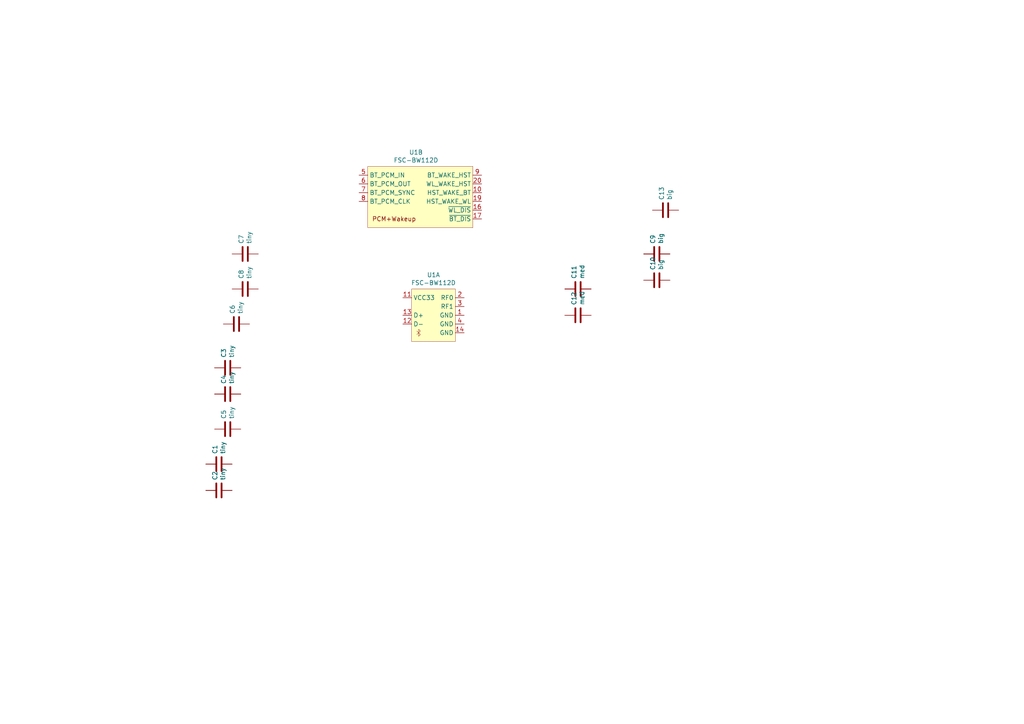
<source format=kicad_sch>
(kicad_sch (version 20210126) (generator eeschema)
  (paper "A4")
  (lib_symbols
    (symbol "Device:C" (pin_numbers hide) (pin_names (offset 0.254))
      (property "Reference" "C" (at 0.635 2.54 0))
      (property "Value" "C" (at 0.635 -2.54 0))
      (symbol "C_0_1"
        (polyline (pts (xy -2.032 -0.762) (xy 2.032 -0.762)) (stroke (width 0.508)))
        (polyline (pts (xy -2.032 0.762) (xy 2.032 0.762)) (stroke (width 0.508)))
      )
      (symbol "C_1_1"
        (pin passive line (at 0 3.81 270) (length 2.794) (name "~") (number "1"))
        (pin passive line (at 0 -3.81 90) (length 2.794) (name "~") (number "2"))
      )
    )
    (symbol "etactica-parts:FSC-BW112D"
      (property "Reference" "U" (at -3.81 5.08 0))
      (property "Value" "FSC-BW112D" (at 5.08 5.08 0))
      (symbol "FSC-BW112D_1_0"
        (rectangle (start -5.08 2.54) (end 7.62 -12.7) (stroke (width 0.0006)) (fill (type background)))
        (polyline (pts (xy -3.048 -9.144) (xy -3.048 -11.176) (xy -2.54 -10.668) (xy -3.048 -10.16) (xy -3.556 -9.652)) (stroke (width 0.0006)))
        (polyline (pts (xy -3.556 -10.668) (xy -2.54 -9.652) (xy -3.048 -9.144)) (stroke (width 0.0006)))
      )
      (symbol "FSC-BW112D_1_1"
        (pin power_in line (at 10.16 -5.08 180) (length 2.54) (name "GND") (number "1"))
        (pin output line (at 10.16 0 180) (length 2.54) (name "RF0") (number "2"))
        (pin output line (at 10.16 -2.54 180) (length 2.54) (name "RF1") (number "3"))
        (pin power_in line (at 10.16 -7.62 180) (length 2.54) (name "GND") (number "4"))
        (pin bidirectional line (at -7.62 -5.08 0) (length 2.54) (name "D+") (number "13"))
        (pin bidirectional line (at -7.62 -7.62 0) (length 2.54) (name "D-") (number "12"))
        (pin power_in line (at -7.62 0 0) (length 2.54) (name "VCC33") (number "11"))
        (pin power_in line (at 10.16 -10.16 180) (length 2.54) (name "GND") (number "14"))
      )
      (symbol "FSC-BW112D_2_0"
        (text "PCM+Wakeup" (at -5.08 -12.7 0) (effects (font (size 1.27 1.27))))
        (rectangle (start -12.7 2.54) (end 17.78 -15.24) (stroke (width 0.0006)) (fill (type background)))
      )
      (symbol "FSC-BW112D_2_1"
        (pin output line (at -15.24 -2.54 0) (length 2.54) (name "BT_PCM_OUT") (number "6"))
        (pin bidirectional line (at -15.24 -5.08 0) (length 2.54) (name "BT_PCM_SYNC") (number "7"))
        (pin bidirectional line (at -15.24 -7.62 0) (length 2.54) (name "BT_PCM_CLK") (number "8"))
        (pin input line (at -15.24 0 0) (length 2.54) (name "BT_PCM_IN") (number "5"))
        (pin output line (at 20.32 0 180) (length 2.54) (name "BT_WAKE_HST") (number "9"))
        (pin input line (at 20.32 -5.08 180) (length 2.54) (name "HST_WAKE_BT") (number "10"))
        (pin output line (at 20.32 -2.54 180) (length 2.54) (name "WL_WAKE_HST") (number "20"))
        (pin input line (at 20.32 -7.62 180) (length 2.54) (name "HST_WAKE_WL") (number "19"))
        (pin input line (at 20.32 -10.16 180) (length 2.54) (name "~WL_DIS") (number "16"))
        (pin input line (at 20.32 -12.7 180) (length 2.54) (name "~BT_DIS") (number "17"))
      )
    )
  )
  (symbol (lib_id "Device:C") (at 63.5 134.62 90) (unit 1)
    (property "Reference" "C1" (at 62.3506 131.6989 0) (effects (justify left)))
    (property "Value" "tiny" (at 64.649 131.699 0) (effects (justify left)))
    (property "Footprint" "Capacitor_SMD:C_0201_0603Metric" (effects hide))
  )
  (symbol (lib_id "Device:C") (at 63.5 142.24 90) (unit 1)
    (property "Reference" "C2" (at 62.3506 139.3189 0) (effects (justify left)))
    (property "Value" "tiny" (at 64.649 139.319 0) (effects (justify left)))
    (property "Footprint" "Capacitor_SMD:C_0201_0603Metric" (effects hide))
  )
  (symbol (lib_id "Device:C") (at 66.04 106.68 90) (unit 1)
    (property "Reference" "C3" (at 64.8906 103.7589 0) (effects (justify left)))
    (property "Value" "tiny" (at 67.189 103.759 0) (effects (justify left)))
    (property "Footprint" "Capacitor_SMD:C_0201_0603Metric" (effects hide))
  )
  (symbol (lib_id "Device:C") (at 66.04 114.3 90) (unit 1)
    (property "Reference" "C4" (at 64.8906 111.3789 0) (effects (justify left)))
    (property "Value" "tiny" (at 67.189 111.379 0) (effects (justify left)))
    (property "Footprint" "Capacitor_SMD:C_0201_0603Metric" (effects hide))
  )
  (symbol (lib_id "Device:C") (at 66.04 124.46 90) (unit 1)
    (property "Reference" "C5" (at 64.8906 121.5389 0) (effects (justify left)))
    (property "Value" "tiny" (at 67.189 121.539 0) (effects (justify left)))
    (property "Footprint" "Capacitor_SMD:C_0201_0603Metric" (effects hide))
  )
  (symbol (lib_id "Device:C") (at 68.58 93.98 90) (unit 1)
    (property "Reference" "C6" (at 67.4306 91.0589 0) (effects (justify left)))
    (property "Value" "tiny" (at 69.729 91.059 0) (effects (justify left)))
    (property "Footprint" "Capacitor_SMD:C_0201_0603Metric" (effects hide))
  )
  (symbol (lib_id "Device:C") (at 71.12 73.66 90) (unit 1)
    (property "Reference" "C7" (at 69.9706 70.7389 0) (effects (justify left)))
    (property "Value" "tiny" (at 72.269 70.739 0) (effects (justify left)))
    (property "Footprint" "Capacitor_SMD:C_0201_0603Metric" (effects hide))
  )
  (symbol (lib_id "Device:C") (at 71.12 83.82 90) (unit 1)
    (property "Reference" "C8" (at 69.9706 80.8989 0) (effects (justify left)))
    (property "Value" "tiny" (at 72.269 80.899 0) (effects (justify left)))
    (property "Footprint" "Capacitor_SMD:C_0201_0603Metric" (effects hide))
  )
  (symbol (lib_id "Device:C") (at 167.64 83.82 90) (unit 1)
    (property "Reference" "C11" (at 166.4906 80.8989 0) (effects (justify left)))
    (property "Value" "med" (at 168.789 80.899 0) (effects (justify left)))
    (property "Footprint" "Capacitor_SMD:C_0402_1005Metric" (effects hide))
  )
  (symbol (lib_id "Device:C") (at 167.64 91.44 90) (unit 1)
    (property "Reference" "C12" (at 166.4906 88.5189 0) (effects (justify left)))
    (property "Value" "med" (at 168.789 88.519 0) (effects (justify left)))
    (property "Footprint" "Capacitor_SMD:C_0402_1005Metric" (effects hide))
  )
  (symbol (lib_id "Device:C") (at 190.5 73.66 90) (unit 1)
    (property "Reference" "C9" (at 189.3506 70.7389 0) (effects (justify left)))
    (property "Value" "big" (at 191.649 70.739 0) (effects (justify left)))
    (property "Footprint" "Capacitor_SMD:C_0603_1608Metric" (effects hide))
  )
  (symbol (lib_id "Device:C") (at 190.5 81.28 90) (unit 1)
    (property "Reference" "C10" (at 189.3506 78.3589 0) (effects (justify left)))
    (property "Value" "big" (at 191.649 78.359 0) (effects (justify left)))
    (property "Footprint" "Capacitor_SMD:C_0603_1608Metric" (effects hide))
  )
  (symbol (lib_id "Device:C") (at 193.04 60.96 90) (unit 1)
    (property "Reference" "C13" (at 191.8906 58.0389 0) (effects (justify left)))
    (property "Value" "big" (at 194.189 58.039 0) (effects (justify left)))
    (property "Footprint" "Capacitor_SMD:C_0603_1608Metric" (effects hide))
  )
  (symbol (lib_id "etactica-parts:FSC-BW112D") (at 124.46 86.36 0) (unit 1)
    (property "Reference" "U1" (at 125.73 79.7365 0))
    (property "Value" "FSC-BW112D" (at 125.73 82.0352 0))
    (property "Footprint" "et-parts:FSC-BW112D" (effects hide))
    (property "Datasheet" "https://www.feasycom.com/tools/download.ashx?site=en&id=452" (effects hide))
  )
  (symbol (lib_id "etactica-parts:FSC-BW112D") (at 119.38 50.8 0) (unit 2)
    (property "Reference" "U1" (at 120.65 44.1765 0))
    (property "Value" "FSC-BW112D" (at 120.65 46.4752 0))
    (property "Footprint" "et-parts:FSC-BW112D" (effects hide))
    (property "Datasheet" "https://www.feasycom.com/tools/download.ashx?site=en&id=452" (effects hide))
  )
)
</source>
